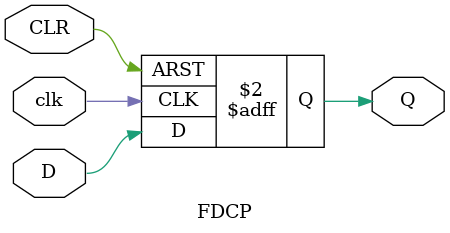
<source format=v>
module FDCP(
  input clk , CLR, D, 
  output reg Q);

  always @(posedge clk or posedge CLR)
    if(CLR)
      Q <= 0;
    else
      Q <= D;
endmodule

</source>
